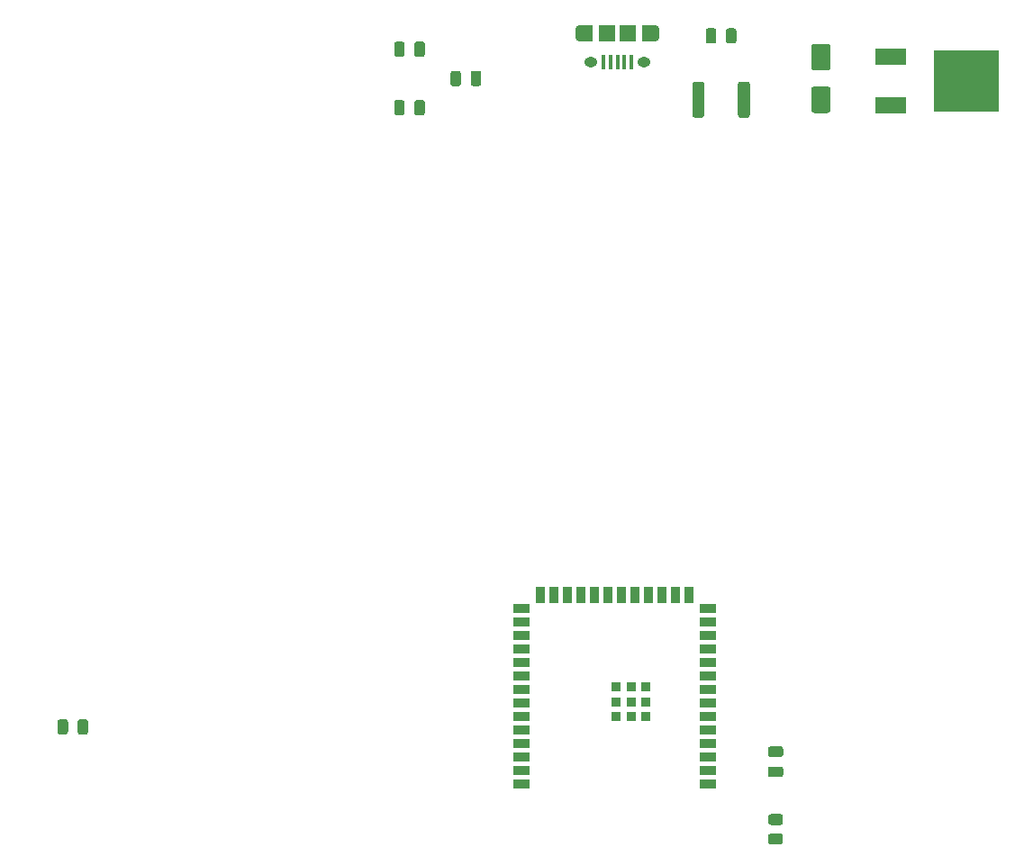
<source format=gbr>
%TF.GenerationSoftware,KiCad,Pcbnew,7.0.1-0*%
%TF.CreationDate,2023-04-17T19:08:21-07:00*%
%TF.ProjectId,msp-debugger,6d73702d-6465-4627-9567-6765722e6b69,rev?*%
%TF.SameCoordinates,Original*%
%TF.FileFunction,Paste,Top*%
%TF.FilePolarity,Positive*%
%FSLAX46Y46*%
G04 Gerber Fmt 4.6, Leading zero omitted, Abs format (unit mm)*
G04 Created by KiCad (PCBNEW 7.0.1-0) date 2023-04-17 19:08:21*
%MOMM*%
%LPD*%
G01*
G04 APERTURE LIST*
%ADD10O,0.890000X1.550000*%
%ADD11O,1.250000X0.950000*%
%ADD12R,0.400000X1.350000*%
%ADD13R,1.200000X1.550000*%
%ADD14R,1.500000X1.550000*%
%ADD15R,1.500000X0.900000*%
%ADD16R,0.900000X1.500000*%
%ADD17R,0.900000X0.900000*%
%ADD18R,3.000000X1.600000*%
%ADD19R,6.200000X5.800000*%
G04 APERTURE END LIST*
%TO.C,R1*%
G36*
G01*
X155320000Y-136045000D02*
X154420000Y-136045000D01*
G75*
G02*
X154170000Y-135795000I0J250000D01*
G01*
X154170000Y-135270000D01*
G75*
G02*
X154420000Y-135020000I250000J0D01*
G01*
X155320000Y-135020000D01*
G75*
G02*
X155570000Y-135270000I0J-250000D01*
G01*
X155570000Y-135795000D01*
G75*
G02*
X155320000Y-136045000I-250000J0D01*
G01*
G37*
G36*
G01*
X155320000Y-134220000D02*
X154420000Y-134220000D01*
G75*
G02*
X154170000Y-133970000I0J250000D01*
G01*
X154170000Y-133445000D01*
G75*
G02*
X154420000Y-133195000I250000J0D01*
G01*
X155320000Y-133195000D01*
G75*
G02*
X155570000Y-133445000I0J-250000D01*
G01*
X155570000Y-133970000D01*
G75*
G02*
X155320000Y-134220000I-250000J0D01*
G01*
G37*
%TD*%
D10*
%TO.C,J1*%
X143500000Y-59750000D03*
D11*
X142500000Y-62450000D03*
X137500000Y-62450000D03*
D10*
X136500000Y-59750000D03*
D12*
X141300000Y-62450000D03*
X140650000Y-62450000D03*
X140000000Y-62450000D03*
X139350000Y-62450000D03*
X138700000Y-62450000D03*
D13*
X142900000Y-59750000D03*
D14*
X141000000Y-59750000D03*
X139000000Y-59750000D03*
D13*
X137100000Y-59750000D03*
%TD*%
%TO.C,C4*%
G36*
G01*
X151200000Y-59525000D02*
X151200000Y-60475000D01*
G75*
G02*
X150950000Y-60725000I-250000J0D01*
G01*
X150450000Y-60725000D01*
G75*
G02*
X150200000Y-60475000I0J250000D01*
G01*
X150200000Y-59525000D01*
G75*
G02*
X150450000Y-59275000I250000J0D01*
G01*
X150950000Y-59275000D01*
G75*
G02*
X151200000Y-59525000I0J-250000D01*
G01*
G37*
G36*
G01*
X149300000Y-59525000D02*
X149300000Y-60475000D01*
G75*
G02*
X149050000Y-60725000I-250000J0D01*
G01*
X148550000Y-60725000D01*
G75*
G02*
X148300000Y-60475000I0J250000D01*
G01*
X148300000Y-59525000D01*
G75*
G02*
X148550000Y-59275000I250000J0D01*
G01*
X149050000Y-59275000D01*
G75*
G02*
X149300000Y-59525000I0J-250000D01*
G01*
G37*
%TD*%
D15*
%TO.C,U1*%
X148520000Y-130360000D03*
X148520000Y-129090000D03*
X148520000Y-127820000D03*
X148520000Y-126550000D03*
X148520000Y-125280000D03*
X148520000Y-124010000D03*
X148520000Y-122740000D03*
X148520000Y-121470000D03*
X148520000Y-120200000D03*
X148520000Y-118930000D03*
X148520000Y-117660000D03*
X148520000Y-116390000D03*
X148520000Y-115120000D03*
X148520000Y-113850000D03*
D16*
X146755000Y-112600000D03*
X145485000Y-112600000D03*
X144215000Y-112600000D03*
X142945000Y-112600000D03*
X141675000Y-112600000D03*
X140405000Y-112600000D03*
X139135000Y-112600000D03*
X137865000Y-112600000D03*
X136595000Y-112600000D03*
X135325000Y-112600000D03*
X134055000Y-112600000D03*
X132785000Y-112600000D03*
D15*
X131020000Y-113850000D03*
X131020000Y-115120000D03*
X131020000Y-116390000D03*
X131020000Y-117660000D03*
X131020000Y-118930000D03*
X131020000Y-120200000D03*
X131020000Y-121470000D03*
X131020000Y-122740000D03*
X131020000Y-124010000D03*
X131020000Y-125280000D03*
X131020000Y-126550000D03*
X131020000Y-127820000D03*
X131020000Y-129090000D03*
X131020000Y-130360000D03*
D17*
X142670000Y-124040000D03*
X142670000Y-122640000D03*
X142670000Y-121240000D03*
X141270000Y-124040000D03*
X141270000Y-122640000D03*
X141270000Y-121240000D03*
X139870000Y-124040000D03*
X139870000Y-122640000D03*
X139870000Y-121240000D03*
%TD*%
%TO.C,C5*%
G36*
G01*
X155345000Y-129720000D02*
X154395000Y-129720000D01*
G75*
G02*
X154145000Y-129470000I0J250000D01*
G01*
X154145000Y-128970000D01*
G75*
G02*
X154395000Y-128720000I250000J0D01*
G01*
X155345000Y-128720000D01*
G75*
G02*
X155595000Y-128970000I0J-250000D01*
G01*
X155595000Y-129470000D01*
G75*
G02*
X155345000Y-129720000I-250000J0D01*
G01*
G37*
G36*
G01*
X155345000Y-127820000D02*
X154395000Y-127820000D01*
G75*
G02*
X154145000Y-127570000I0J250000D01*
G01*
X154145000Y-127070000D01*
G75*
G02*
X154395000Y-126820000I250000J0D01*
G01*
X155345000Y-126820000D01*
G75*
G02*
X155595000Y-127070000I0J-250000D01*
G01*
X155595000Y-127570000D01*
G75*
G02*
X155345000Y-127820000I-250000J0D01*
G01*
G37*
%TD*%
%TO.C,C2*%
G36*
G01*
X119000000Y-67225000D02*
X119000000Y-66275000D01*
G75*
G02*
X119250000Y-66025000I250000J0D01*
G01*
X119750000Y-66025000D01*
G75*
G02*
X120000000Y-66275000I0J-250000D01*
G01*
X120000000Y-67225000D01*
G75*
G02*
X119750000Y-67475000I-250000J0D01*
G01*
X119250000Y-67475000D01*
G75*
G02*
X119000000Y-67225000I0J250000D01*
G01*
G37*
G36*
G01*
X120900000Y-67225000D02*
X120900000Y-66275000D01*
G75*
G02*
X121150000Y-66025000I250000J0D01*
G01*
X121650000Y-66025000D01*
G75*
G02*
X121900000Y-66275000I0J-250000D01*
G01*
X121900000Y-67225000D01*
G75*
G02*
X121650000Y-67475000I-250000J0D01*
G01*
X121150000Y-67475000D01*
G75*
G02*
X120900000Y-67225000I0J250000D01*
G01*
G37*
%TD*%
%TO.C,C1*%
G36*
G01*
X119000000Y-61725000D02*
X119000000Y-60775000D01*
G75*
G02*
X119250000Y-60525000I250000J0D01*
G01*
X119750000Y-60525000D01*
G75*
G02*
X120000000Y-60775000I0J-250000D01*
G01*
X120000000Y-61725000D01*
G75*
G02*
X119750000Y-61975000I-250000J0D01*
G01*
X119250000Y-61975000D01*
G75*
G02*
X119000000Y-61725000I0J250000D01*
G01*
G37*
G36*
G01*
X120900000Y-61725000D02*
X120900000Y-60775000D01*
G75*
G02*
X121150000Y-60525000I250000J0D01*
G01*
X121650000Y-60525000D01*
G75*
G02*
X121900000Y-60775000I0J-250000D01*
G01*
X121900000Y-61725000D01*
G75*
G02*
X121650000Y-61975000I-250000J0D01*
G01*
X121150000Y-61975000D01*
G75*
G02*
X120900000Y-61725000I0J250000D01*
G01*
G37*
%TD*%
%TO.C,C3*%
G36*
G01*
X124300000Y-64475000D02*
X124300000Y-63525000D01*
G75*
G02*
X124550000Y-63275000I250000J0D01*
G01*
X125050000Y-63275000D01*
G75*
G02*
X125300000Y-63525000I0J-250000D01*
G01*
X125300000Y-64475000D01*
G75*
G02*
X125050000Y-64725000I-250000J0D01*
G01*
X124550000Y-64725000D01*
G75*
G02*
X124300000Y-64475000I0J250000D01*
G01*
G37*
G36*
G01*
X126200000Y-64475000D02*
X126200000Y-63525000D01*
G75*
G02*
X126450000Y-63275000I250000J0D01*
G01*
X126950000Y-63275000D01*
G75*
G02*
X127200000Y-63525000I0J-250000D01*
G01*
X127200000Y-64475000D01*
G75*
G02*
X126950000Y-64725000I-250000J0D01*
G01*
X126450000Y-64725000D01*
G75*
G02*
X126200000Y-64475000I0J250000D01*
G01*
G37*
%TD*%
%TO.C,D1*%
G36*
G01*
X158481000Y-60750000D02*
X159781000Y-60750000D01*
G75*
G02*
X160031000Y-61000000I0J-250000D01*
G01*
X160031000Y-63000000D01*
G75*
G02*
X159781000Y-63250000I-250000J0D01*
G01*
X158481000Y-63250000D01*
G75*
G02*
X158231000Y-63000000I0J250000D01*
G01*
X158231000Y-61000000D01*
G75*
G02*
X158481000Y-60750000I250000J0D01*
G01*
G37*
G36*
G01*
X158481000Y-64750000D02*
X159781000Y-64750000D01*
G75*
G02*
X160031000Y-65000000I0J-250000D01*
G01*
X160031000Y-67000000D01*
G75*
G02*
X159781000Y-67250000I-250000J0D01*
G01*
X158481000Y-67250000D01*
G75*
G02*
X158231000Y-67000000I0J250000D01*
G01*
X158231000Y-65000000D01*
G75*
G02*
X158481000Y-64750000I250000J0D01*
G01*
G37*
%TD*%
D18*
%TO.C,U3*%
X165670000Y-61965000D03*
X165670000Y-66535000D03*
D19*
X172840000Y-64250000D03*
%TD*%
%TO.C,C6*%
G36*
G01*
X90250000Y-124525000D02*
X90250000Y-125475000D01*
G75*
G02*
X90000000Y-125725000I-250000J0D01*
G01*
X89500000Y-125725000D01*
G75*
G02*
X89250000Y-125475000I0J250000D01*
G01*
X89250000Y-124525000D01*
G75*
G02*
X89500000Y-124275000I250000J0D01*
G01*
X90000000Y-124275000D01*
G75*
G02*
X90250000Y-124525000I0J-250000D01*
G01*
G37*
G36*
G01*
X88350000Y-124525000D02*
X88350000Y-125475000D01*
G75*
G02*
X88100000Y-125725000I-250000J0D01*
G01*
X87600000Y-125725000D01*
G75*
G02*
X87350000Y-125475000I0J250000D01*
G01*
X87350000Y-124525000D01*
G75*
G02*
X87600000Y-124275000I250000J0D01*
G01*
X88100000Y-124275000D01*
G75*
G02*
X88350000Y-124525000I0J-250000D01*
G01*
G37*
%TD*%
%TO.C,F1*%
G36*
G01*
X147050000Y-67450000D02*
X147050000Y-64550000D01*
G75*
G02*
X147300000Y-64300000I250000J0D01*
G01*
X147925000Y-64300000D01*
G75*
G02*
X148175000Y-64550000I0J-250000D01*
G01*
X148175000Y-67450000D01*
G75*
G02*
X147925000Y-67700000I-250000J0D01*
G01*
X147300000Y-67700000D01*
G75*
G02*
X147050000Y-67450000I0J250000D01*
G01*
G37*
G36*
G01*
X151325000Y-67450000D02*
X151325000Y-64550000D01*
G75*
G02*
X151575000Y-64300000I250000J0D01*
G01*
X152200000Y-64300000D01*
G75*
G02*
X152450000Y-64550000I0J-250000D01*
G01*
X152450000Y-67450000D01*
G75*
G02*
X152200000Y-67700000I-250000J0D01*
G01*
X151575000Y-67700000D01*
G75*
G02*
X151325000Y-67450000I0J250000D01*
G01*
G37*
%TD*%
M02*

</source>
